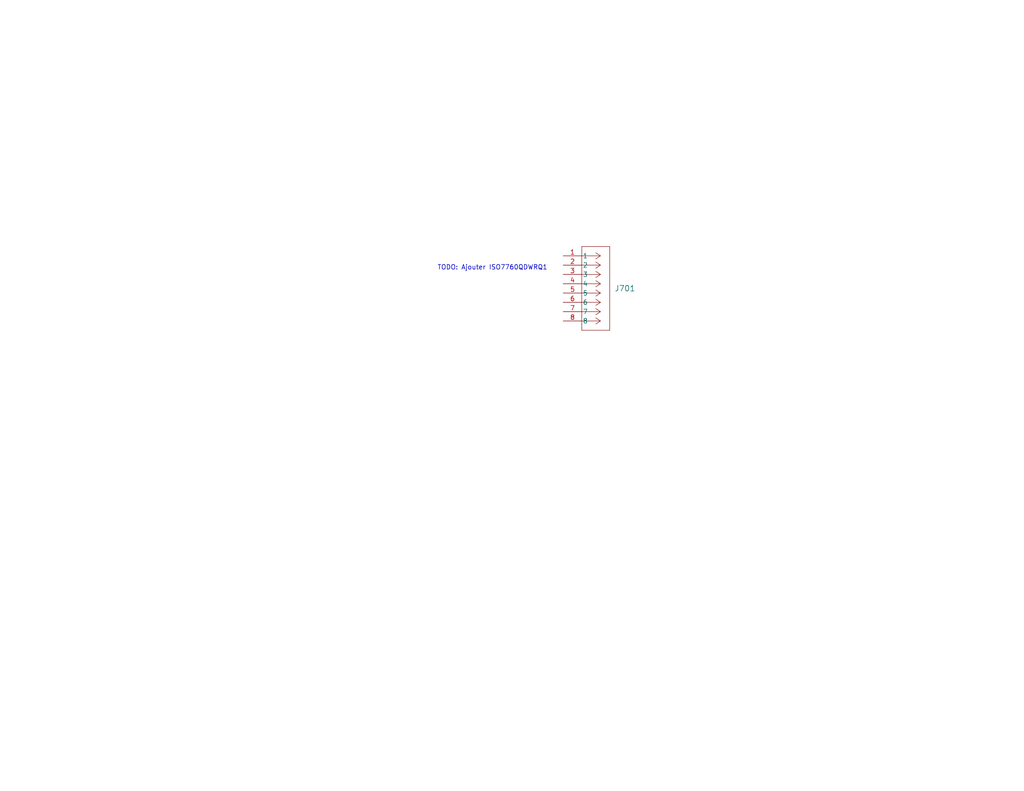
<source format=kicad_sch>
(kicad_sch (version 20231120) (generator "eeschema") (generator_version "8.0")
  (paper "USLetter")
  (title_block (comment 1 "Gérémy Sauvageau"))
  (lib_symbols
    (symbol "Connectors:2350514-8" (pin_names (offset 0.254))
      (property "Reference" "J" (at 8.89 6.35 0))
      (symbol "2350514-8_1_1"
        (polyline (pts (xy 5.08 -20.32) (xy 12.7 -20.32)) (stroke (width 0.127)))
        (polyline (pts (xy 5.08 2.54) (xy 5.08 -20.32)) (stroke (width 0.127)))
        (polyline (pts (xy 10.16 -17.78) (xy 5.08 -17.78)) (stroke (width 0.127)))
        (polyline (pts (xy 10.16 -17.78) (xy 8.89 -18.6267)) (stroke (width 0.127)))
        (polyline (pts (xy 10.16 -17.78) (xy 8.89 -16.9333)) (stroke (width 0.127)))
        (polyline (pts (xy 10.16 -15.24) (xy 5.08 -15.24)) (stroke (width 0.127)))
        (polyline (pts (xy 10.16 -15.24) (xy 8.89 -16.0867)) (stroke (width 0.127)))
        (polyline (pts (xy 10.16 -15.24) (xy 8.89 -14.3933)) (stroke (width 0.127)))
        (polyline (pts (xy 10.16 -12.7) (xy 5.08 -12.7)) (stroke (width 0.127)))
        (polyline (pts (xy 10.16 -12.7) (xy 8.89 -13.5467)) (stroke (width 0.127)))
        (polyline (pts (xy 10.16 -12.7) (xy 8.89 -11.8533)) (stroke (width 0.127)))
        (polyline (pts (xy 10.16 -10.16) (xy 5.08 -10.16)) (stroke (width 0.127)))
        (polyline (pts (xy 10.16 -10.16) (xy 8.89 -11.0067)) (stroke (width 0.127)))
        (polyline (pts (xy 10.16 -10.16) (xy 8.89 -9.3133)) (stroke (width 0.127)))
        (polyline (pts (xy 10.16 -7.62) (xy 5.08 -7.62)) (stroke (width 0.127)))
        (polyline (pts (xy 10.16 -7.62) (xy 8.89 -8.4667)) (stroke (width 0.127)))
        (polyline (pts (xy 10.16 -7.62) (xy 8.89 -6.7733)) (stroke (width 0.127)))
        (polyline (pts (xy 10.16 -5.08) (xy 5.08 -5.08)) (stroke (width 0.127)))
        (polyline (pts (xy 10.16 -5.08) (xy 8.89 -5.9267)) (stroke (width 0.127)))
        (polyline (pts (xy 10.16 -5.08) (xy 8.89 -4.2333)) (stroke (width 0.127)))
        (polyline (pts (xy 10.16 -2.54) (xy 5.08 -2.54)) (stroke (width 0.127)))
        (polyline (pts (xy 10.16 -2.54) (xy 8.89 -3.3867)) (stroke (width 0.127)))
        (polyline (pts (xy 10.16 -2.54) (xy 8.89 -1.6933)) (stroke (width 0.127)))
        (polyline (pts (xy 10.16 0) (xy 5.08 0)) (stroke (width 0.127)))
        (polyline (pts (xy 10.16 0) (xy 8.89 -0.8467)) (stroke (width 0.127)))
        (polyline (pts (xy 10.16 0) (xy 8.89 0.8467)) (stroke (width 0.127)))
        (polyline (pts (xy 12.7 -20.32) (xy 12.7 2.54)) (stroke (width 0.127)))
        (polyline (pts (xy 12.7 2.54) (xy 5.08 2.54)) (stroke (width 0.127)))
        (pin unspecified line (at 0 0 0) (length 5.08) (name "1") (number "1"))
        (pin unspecified line (at 0 -2.54 0) (length 5.08) (name "2") (number "2"))
        (pin unspecified line (at 0 -5.08 0) (length 5.08) (name "3") (number "3"))
        (pin unspecified line (at 0 -7.62 0) (length 5.08) (name "4") (number "4"))
        (pin unspecified line (at 0 -10.16 0) (length 5.08) (name "5") (number "5"))
        (pin unspecified line (at 0 -12.7 0) (length 5.08) (name "6") (number "6"))
        (pin unspecified line (at 0 -15.24 0) (length 5.08) (name "7") (number "7"))
        (pin unspecified line (at 0 -17.78 0) (length 5.08) (name "8") (number "8"))
      )
      (symbol "2350514-8_1_2"
        (polyline (pts (xy 5.08 -20.32) (xy 12.7 -20.32)) (stroke (width 0.127)))
        (polyline (pts (xy 5.08 2.54) (xy 5.08 -20.32)) (stroke (width 0.127)))
        (polyline (pts (xy 7.62 -17.78) (xy 5.08 -17.78)) (stroke (width 0.127)))
        (polyline (pts (xy 7.62 -17.78) (xy 8.89 -18.6267)) (stroke (width 0.127)))
        (polyline (pts (xy 7.62 -17.78) (xy 8.89 -16.9333)) (stroke (width 0.127)))
        (polyline (pts (xy 7.62 -15.24) (xy 5.08 -15.24)) (stroke (width 0.127)))
        (polyline (pts (xy 7.62 -15.24) (xy 8.89 -16.0867)) (stroke (width 0.127)))
        (polyline (pts (xy 7.62 -15.24) (xy 8.89 -14.3933)) (stroke (width 0.127)))
        (polyline (pts (xy 7.62 -12.7) (xy 5.08 -12.7)) (stroke (width 0.127)))
        (polyline (pts (xy 7.62 -12.7) (xy 8.89 -13.5467)) (stroke (width 0.127)))
        (polyline (pts (xy 7.62 -12.7) (xy 8.89 -11.8533)) (stroke (width 0.127)))
        (polyline (pts (xy 7.62 -10.16) (xy 5.08 -10.16)) (stroke (width 0.127)))
        (polyline (pts (xy 7.62 -10.16) (xy 8.89 -11.0067)) (stroke (width 0.127)))
        (polyline (pts (xy 7.62 -10.16) (xy 8.89 -9.3133)) (stroke (width 0.127)))
        (polyline (pts (xy 7.62 -7.62) (xy 5.08 -7.62)) (stroke (width 0.127)))
        (polyline (pts (xy 7.62 -7.62) (xy 8.89 -8.4667)) (stroke (width 0.127)))
        (polyline (pts (xy 7.62 -7.62) (xy 8.89 -6.7733)) (stroke (width 0.127)))
        (polyline (pts (xy 7.62 -5.08) (xy 5.08 -5.08)) (stroke (width 0.127)))
        (polyline (pts (xy 7.62 -5.08) (xy 8.89 -5.9267)) (stroke (width 0.127)))
        (polyline (pts (xy 7.62 -5.08) (xy 8.89 -4.2333)) (stroke (width 0.127)))
        (polyline (pts (xy 7.62 -2.54) (xy 5.08 -2.54)) (stroke (width 0.127)))
        (polyline (pts (xy 7.62 -2.54) (xy 8.89 -3.3867)) (stroke (width 0.127)))
        (polyline (pts (xy 7.62 -2.54) (xy 8.89 -1.6933)) (stroke (width 0.127)))
        (polyline (pts (xy 7.62 0) (xy 5.08 0)) (stroke (width 0.127)))
        (polyline (pts (xy 7.62 0) (xy 8.89 -0.8467)) (stroke (width 0.127)))
        (polyline (pts (xy 7.62 0) (xy 8.89 0.8467)) (stroke (width 0.127)))
        (polyline (pts (xy 12.7 -20.32) (xy 12.7 2.54)) (stroke (width 0.127)))
        (polyline (pts (xy 12.7 2.54) (xy 5.08 2.54)) (stroke (width 0.127)))
        (pin unspecified line (at 0 0 0) (length 5.08) (name "1") (number "1"))
        (pin unspecified line (at 0 -2.54 0) (length 5.08) (name "2") (number "2"))
        (pin unspecified line (at 0 -5.08 0) (length 5.08) (name "3") (number "3"))
        (pin unspecified line (at 0 -7.62 0) (length 5.08) (name "4") (number "4"))
        (pin unspecified line (at 0 -10.16 0) (length 5.08) (name "5") (number "5"))
        (pin unspecified line (at 0 -12.7 0) (length 5.08) (name "6") (number "6"))
        (pin unspecified line (at 0 -15.24 0) (length 5.08) (name "7") (number "7"))
        (pin unspecified line (at 0 -17.78 0) (length 5.08) (name "8") (number "8"))
      )
    )
  )
  (text "TODO: Ajouter ISO7760QDWRQ1" (at 134.366 73.152 0) (effects (font (size 1.27 1.27))))
  (symbol (lib_id "Connectors:2350514-8") (at 153.67 69.85 0) (unit 1)
    (property "Reference" "J701" (at 167.64 78.7399 0) (effects (font (size 1.524 1.524)) (justify left)))
    (property "Value" "2350514-8" (effects (hide yes)))
    (property "Footprint" "Connectors:CONN8_2350514-8_TEC" (effects (hide yes)))
    (property "Description" "Terminal block 8pos 3.5mm" (effects (hide yes)))
    (property "Manufacturer" "TE Connectivity" (effects (hide yes)))
    (property "Manufacturer Part Number" "2350514-8" (effects (hide yes)))
    (property "Supplier" "Digikey" (effects (hide yes)))
    (property "Supplier Part Number" "A145383-ND" (effects (hide yes)))
  )
)
</source>
